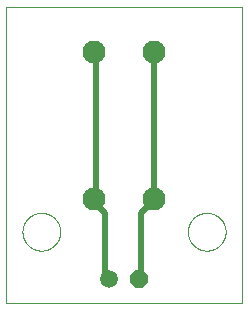
<source format=gbl>
G75*
%MOIN*%
%OFA0B0*%
%FSLAX25Y25*%
%IPPOS*%
%LPD*%
%AMOC8*
5,1,8,0,0,1.08239X$1,22.5*
%
%ADD10C,0.00000*%
%ADD11C,0.07677*%
%ADD12C,0.05937*%
%ADD13OC8,0.05937*%
%ADD14C,0.02000*%
D10*
X0001000Y0001000D02*
X0001000Y0099425D01*
X0079740Y0099425D01*
X0079740Y0001000D01*
X0001000Y0001000D01*
X0006512Y0024622D02*
X0006514Y0024780D01*
X0006520Y0024938D01*
X0006530Y0025096D01*
X0006544Y0025254D01*
X0006562Y0025411D01*
X0006583Y0025568D01*
X0006609Y0025724D01*
X0006639Y0025880D01*
X0006672Y0026035D01*
X0006710Y0026188D01*
X0006751Y0026341D01*
X0006796Y0026493D01*
X0006845Y0026644D01*
X0006898Y0026793D01*
X0006954Y0026941D01*
X0007014Y0027087D01*
X0007078Y0027232D01*
X0007146Y0027375D01*
X0007217Y0027517D01*
X0007291Y0027657D01*
X0007369Y0027794D01*
X0007451Y0027930D01*
X0007535Y0028064D01*
X0007624Y0028195D01*
X0007715Y0028324D01*
X0007810Y0028451D01*
X0007907Y0028576D01*
X0008008Y0028698D01*
X0008112Y0028817D01*
X0008219Y0028934D01*
X0008329Y0029048D01*
X0008442Y0029159D01*
X0008557Y0029268D01*
X0008675Y0029373D01*
X0008796Y0029475D01*
X0008919Y0029575D01*
X0009045Y0029671D01*
X0009173Y0029764D01*
X0009303Y0029854D01*
X0009436Y0029940D01*
X0009571Y0030024D01*
X0009707Y0030103D01*
X0009846Y0030180D01*
X0009987Y0030252D01*
X0010129Y0030322D01*
X0010273Y0030387D01*
X0010419Y0030449D01*
X0010566Y0030507D01*
X0010715Y0030562D01*
X0010865Y0030613D01*
X0011016Y0030660D01*
X0011168Y0030703D01*
X0011321Y0030742D01*
X0011476Y0030778D01*
X0011631Y0030809D01*
X0011787Y0030837D01*
X0011943Y0030861D01*
X0012100Y0030881D01*
X0012258Y0030897D01*
X0012415Y0030909D01*
X0012574Y0030917D01*
X0012732Y0030921D01*
X0012890Y0030921D01*
X0013048Y0030917D01*
X0013207Y0030909D01*
X0013364Y0030897D01*
X0013522Y0030881D01*
X0013679Y0030861D01*
X0013835Y0030837D01*
X0013991Y0030809D01*
X0014146Y0030778D01*
X0014301Y0030742D01*
X0014454Y0030703D01*
X0014606Y0030660D01*
X0014757Y0030613D01*
X0014907Y0030562D01*
X0015056Y0030507D01*
X0015203Y0030449D01*
X0015349Y0030387D01*
X0015493Y0030322D01*
X0015635Y0030252D01*
X0015776Y0030180D01*
X0015915Y0030103D01*
X0016051Y0030024D01*
X0016186Y0029940D01*
X0016319Y0029854D01*
X0016449Y0029764D01*
X0016577Y0029671D01*
X0016703Y0029575D01*
X0016826Y0029475D01*
X0016947Y0029373D01*
X0017065Y0029268D01*
X0017180Y0029159D01*
X0017293Y0029048D01*
X0017403Y0028934D01*
X0017510Y0028817D01*
X0017614Y0028698D01*
X0017715Y0028576D01*
X0017812Y0028451D01*
X0017907Y0028324D01*
X0017998Y0028195D01*
X0018087Y0028064D01*
X0018171Y0027930D01*
X0018253Y0027794D01*
X0018331Y0027657D01*
X0018405Y0027517D01*
X0018476Y0027375D01*
X0018544Y0027232D01*
X0018608Y0027087D01*
X0018668Y0026941D01*
X0018724Y0026793D01*
X0018777Y0026644D01*
X0018826Y0026493D01*
X0018871Y0026341D01*
X0018912Y0026188D01*
X0018950Y0026035D01*
X0018983Y0025880D01*
X0019013Y0025724D01*
X0019039Y0025568D01*
X0019060Y0025411D01*
X0019078Y0025254D01*
X0019092Y0025096D01*
X0019102Y0024938D01*
X0019108Y0024780D01*
X0019110Y0024622D01*
X0019108Y0024464D01*
X0019102Y0024306D01*
X0019092Y0024148D01*
X0019078Y0023990D01*
X0019060Y0023833D01*
X0019039Y0023676D01*
X0019013Y0023520D01*
X0018983Y0023364D01*
X0018950Y0023209D01*
X0018912Y0023056D01*
X0018871Y0022903D01*
X0018826Y0022751D01*
X0018777Y0022600D01*
X0018724Y0022451D01*
X0018668Y0022303D01*
X0018608Y0022157D01*
X0018544Y0022012D01*
X0018476Y0021869D01*
X0018405Y0021727D01*
X0018331Y0021587D01*
X0018253Y0021450D01*
X0018171Y0021314D01*
X0018087Y0021180D01*
X0017998Y0021049D01*
X0017907Y0020920D01*
X0017812Y0020793D01*
X0017715Y0020668D01*
X0017614Y0020546D01*
X0017510Y0020427D01*
X0017403Y0020310D01*
X0017293Y0020196D01*
X0017180Y0020085D01*
X0017065Y0019976D01*
X0016947Y0019871D01*
X0016826Y0019769D01*
X0016703Y0019669D01*
X0016577Y0019573D01*
X0016449Y0019480D01*
X0016319Y0019390D01*
X0016186Y0019304D01*
X0016051Y0019220D01*
X0015915Y0019141D01*
X0015776Y0019064D01*
X0015635Y0018992D01*
X0015493Y0018922D01*
X0015349Y0018857D01*
X0015203Y0018795D01*
X0015056Y0018737D01*
X0014907Y0018682D01*
X0014757Y0018631D01*
X0014606Y0018584D01*
X0014454Y0018541D01*
X0014301Y0018502D01*
X0014146Y0018466D01*
X0013991Y0018435D01*
X0013835Y0018407D01*
X0013679Y0018383D01*
X0013522Y0018363D01*
X0013364Y0018347D01*
X0013207Y0018335D01*
X0013048Y0018327D01*
X0012890Y0018323D01*
X0012732Y0018323D01*
X0012574Y0018327D01*
X0012415Y0018335D01*
X0012258Y0018347D01*
X0012100Y0018363D01*
X0011943Y0018383D01*
X0011787Y0018407D01*
X0011631Y0018435D01*
X0011476Y0018466D01*
X0011321Y0018502D01*
X0011168Y0018541D01*
X0011016Y0018584D01*
X0010865Y0018631D01*
X0010715Y0018682D01*
X0010566Y0018737D01*
X0010419Y0018795D01*
X0010273Y0018857D01*
X0010129Y0018922D01*
X0009987Y0018992D01*
X0009846Y0019064D01*
X0009707Y0019141D01*
X0009571Y0019220D01*
X0009436Y0019304D01*
X0009303Y0019390D01*
X0009173Y0019480D01*
X0009045Y0019573D01*
X0008919Y0019669D01*
X0008796Y0019769D01*
X0008675Y0019871D01*
X0008557Y0019976D01*
X0008442Y0020085D01*
X0008329Y0020196D01*
X0008219Y0020310D01*
X0008112Y0020427D01*
X0008008Y0020546D01*
X0007907Y0020668D01*
X0007810Y0020793D01*
X0007715Y0020920D01*
X0007624Y0021049D01*
X0007535Y0021180D01*
X0007451Y0021314D01*
X0007369Y0021450D01*
X0007291Y0021587D01*
X0007217Y0021727D01*
X0007146Y0021869D01*
X0007078Y0022012D01*
X0007014Y0022157D01*
X0006954Y0022303D01*
X0006898Y0022451D01*
X0006845Y0022600D01*
X0006796Y0022751D01*
X0006751Y0022903D01*
X0006710Y0023056D01*
X0006672Y0023209D01*
X0006639Y0023364D01*
X0006609Y0023520D01*
X0006583Y0023676D01*
X0006562Y0023833D01*
X0006544Y0023990D01*
X0006530Y0024148D01*
X0006520Y0024306D01*
X0006514Y0024464D01*
X0006512Y0024622D01*
X0061630Y0024622D02*
X0061632Y0024780D01*
X0061638Y0024938D01*
X0061648Y0025096D01*
X0061662Y0025254D01*
X0061680Y0025411D01*
X0061701Y0025568D01*
X0061727Y0025724D01*
X0061757Y0025880D01*
X0061790Y0026035D01*
X0061828Y0026188D01*
X0061869Y0026341D01*
X0061914Y0026493D01*
X0061963Y0026644D01*
X0062016Y0026793D01*
X0062072Y0026941D01*
X0062132Y0027087D01*
X0062196Y0027232D01*
X0062264Y0027375D01*
X0062335Y0027517D01*
X0062409Y0027657D01*
X0062487Y0027794D01*
X0062569Y0027930D01*
X0062653Y0028064D01*
X0062742Y0028195D01*
X0062833Y0028324D01*
X0062928Y0028451D01*
X0063025Y0028576D01*
X0063126Y0028698D01*
X0063230Y0028817D01*
X0063337Y0028934D01*
X0063447Y0029048D01*
X0063560Y0029159D01*
X0063675Y0029268D01*
X0063793Y0029373D01*
X0063914Y0029475D01*
X0064037Y0029575D01*
X0064163Y0029671D01*
X0064291Y0029764D01*
X0064421Y0029854D01*
X0064554Y0029940D01*
X0064689Y0030024D01*
X0064825Y0030103D01*
X0064964Y0030180D01*
X0065105Y0030252D01*
X0065247Y0030322D01*
X0065391Y0030387D01*
X0065537Y0030449D01*
X0065684Y0030507D01*
X0065833Y0030562D01*
X0065983Y0030613D01*
X0066134Y0030660D01*
X0066286Y0030703D01*
X0066439Y0030742D01*
X0066594Y0030778D01*
X0066749Y0030809D01*
X0066905Y0030837D01*
X0067061Y0030861D01*
X0067218Y0030881D01*
X0067376Y0030897D01*
X0067533Y0030909D01*
X0067692Y0030917D01*
X0067850Y0030921D01*
X0068008Y0030921D01*
X0068166Y0030917D01*
X0068325Y0030909D01*
X0068482Y0030897D01*
X0068640Y0030881D01*
X0068797Y0030861D01*
X0068953Y0030837D01*
X0069109Y0030809D01*
X0069264Y0030778D01*
X0069419Y0030742D01*
X0069572Y0030703D01*
X0069724Y0030660D01*
X0069875Y0030613D01*
X0070025Y0030562D01*
X0070174Y0030507D01*
X0070321Y0030449D01*
X0070467Y0030387D01*
X0070611Y0030322D01*
X0070753Y0030252D01*
X0070894Y0030180D01*
X0071033Y0030103D01*
X0071169Y0030024D01*
X0071304Y0029940D01*
X0071437Y0029854D01*
X0071567Y0029764D01*
X0071695Y0029671D01*
X0071821Y0029575D01*
X0071944Y0029475D01*
X0072065Y0029373D01*
X0072183Y0029268D01*
X0072298Y0029159D01*
X0072411Y0029048D01*
X0072521Y0028934D01*
X0072628Y0028817D01*
X0072732Y0028698D01*
X0072833Y0028576D01*
X0072930Y0028451D01*
X0073025Y0028324D01*
X0073116Y0028195D01*
X0073205Y0028064D01*
X0073289Y0027930D01*
X0073371Y0027794D01*
X0073449Y0027657D01*
X0073523Y0027517D01*
X0073594Y0027375D01*
X0073662Y0027232D01*
X0073726Y0027087D01*
X0073786Y0026941D01*
X0073842Y0026793D01*
X0073895Y0026644D01*
X0073944Y0026493D01*
X0073989Y0026341D01*
X0074030Y0026188D01*
X0074068Y0026035D01*
X0074101Y0025880D01*
X0074131Y0025724D01*
X0074157Y0025568D01*
X0074178Y0025411D01*
X0074196Y0025254D01*
X0074210Y0025096D01*
X0074220Y0024938D01*
X0074226Y0024780D01*
X0074228Y0024622D01*
X0074226Y0024464D01*
X0074220Y0024306D01*
X0074210Y0024148D01*
X0074196Y0023990D01*
X0074178Y0023833D01*
X0074157Y0023676D01*
X0074131Y0023520D01*
X0074101Y0023364D01*
X0074068Y0023209D01*
X0074030Y0023056D01*
X0073989Y0022903D01*
X0073944Y0022751D01*
X0073895Y0022600D01*
X0073842Y0022451D01*
X0073786Y0022303D01*
X0073726Y0022157D01*
X0073662Y0022012D01*
X0073594Y0021869D01*
X0073523Y0021727D01*
X0073449Y0021587D01*
X0073371Y0021450D01*
X0073289Y0021314D01*
X0073205Y0021180D01*
X0073116Y0021049D01*
X0073025Y0020920D01*
X0072930Y0020793D01*
X0072833Y0020668D01*
X0072732Y0020546D01*
X0072628Y0020427D01*
X0072521Y0020310D01*
X0072411Y0020196D01*
X0072298Y0020085D01*
X0072183Y0019976D01*
X0072065Y0019871D01*
X0071944Y0019769D01*
X0071821Y0019669D01*
X0071695Y0019573D01*
X0071567Y0019480D01*
X0071437Y0019390D01*
X0071304Y0019304D01*
X0071169Y0019220D01*
X0071033Y0019141D01*
X0070894Y0019064D01*
X0070753Y0018992D01*
X0070611Y0018922D01*
X0070467Y0018857D01*
X0070321Y0018795D01*
X0070174Y0018737D01*
X0070025Y0018682D01*
X0069875Y0018631D01*
X0069724Y0018584D01*
X0069572Y0018541D01*
X0069419Y0018502D01*
X0069264Y0018466D01*
X0069109Y0018435D01*
X0068953Y0018407D01*
X0068797Y0018383D01*
X0068640Y0018363D01*
X0068482Y0018347D01*
X0068325Y0018335D01*
X0068166Y0018327D01*
X0068008Y0018323D01*
X0067850Y0018323D01*
X0067692Y0018327D01*
X0067533Y0018335D01*
X0067376Y0018347D01*
X0067218Y0018363D01*
X0067061Y0018383D01*
X0066905Y0018407D01*
X0066749Y0018435D01*
X0066594Y0018466D01*
X0066439Y0018502D01*
X0066286Y0018541D01*
X0066134Y0018584D01*
X0065983Y0018631D01*
X0065833Y0018682D01*
X0065684Y0018737D01*
X0065537Y0018795D01*
X0065391Y0018857D01*
X0065247Y0018922D01*
X0065105Y0018992D01*
X0064964Y0019064D01*
X0064825Y0019141D01*
X0064689Y0019220D01*
X0064554Y0019304D01*
X0064421Y0019390D01*
X0064291Y0019480D01*
X0064163Y0019573D01*
X0064037Y0019669D01*
X0063914Y0019769D01*
X0063793Y0019871D01*
X0063675Y0019976D01*
X0063560Y0020085D01*
X0063447Y0020196D01*
X0063337Y0020310D01*
X0063230Y0020427D01*
X0063126Y0020546D01*
X0063025Y0020668D01*
X0062928Y0020793D01*
X0062833Y0020920D01*
X0062742Y0021049D01*
X0062653Y0021180D01*
X0062569Y0021314D01*
X0062487Y0021450D01*
X0062409Y0021587D01*
X0062335Y0021727D01*
X0062264Y0021869D01*
X0062196Y0022012D01*
X0062132Y0022157D01*
X0062072Y0022303D01*
X0062016Y0022451D01*
X0061963Y0022600D01*
X0061914Y0022751D01*
X0061869Y0022903D01*
X0061828Y0023056D01*
X0061790Y0023209D01*
X0061757Y0023364D01*
X0061727Y0023520D01*
X0061701Y0023676D01*
X0061680Y0023833D01*
X0061662Y0023990D01*
X0061648Y0024148D01*
X0061638Y0024306D01*
X0061632Y0024464D01*
X0061630Y0024622D01*
D11*
X0050213Y0035449D03*
X0030528Y0035449D03*
X0030528Y0084661D03*
X0050213Y0084661D03*
D12*
X0035370Y0008874D03*
D13*
X0045370Y0008874D03*
D14*
X0046000Y0010000D01*
X0046000Y0031000D01*
X0049000Y0034000D01*
X0050213Y0035449D01*
X0050500Y0035500D01*
X0050500Y0083500D01*
X0050213Y0084661D01*
X0031000Y0083500D02*
X0030528Y0084661D01*
X0031000Y0083500D02*
X0031000Y0035500D01*
X0030528Y0035449D01*
X0031000Y0034000D01*
X0034000Y0031000D01*
X0034000Y0010000D01*
X0035370Y0008874D01*
M02*

</source>
